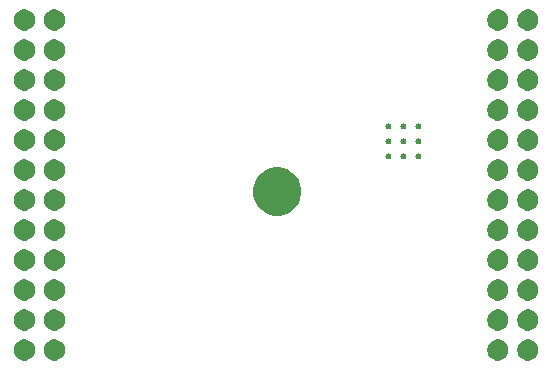
<source format=gbr>
G04 #@! TF.GenerationSoftware,KiCad,Pcbnew,(5.1.5)-3*
G04 #@! TF.CreationDate,2021-07-18T18:30:31+02:00*
G04 #@! TF.ProjectId,sDrive1,73447269-7665-4312-9e6b-696361645f70,rev?*
G04 #@! TF.SameCoordinates,Original*
G04 #@! TF.FileFunction,Soldermask,Bot*
G04 #@! TF.FilePolarity,Negative*
%FSLAX46Y46*%
G04 Gerber Fmt 4.6, Leading zero omitted, Abs format (unit mm)*
G04 Created by KiCad (PCBNEW (5.1.5)-3) date 2021-07-18 18:30:31*
%MOMM*%
%LPD*%
G04 APERTURE LIST*
%ADD10C,0.100000*%
G04 APERTURE END LIST*
D10*
G36*
X5392292Y4762253D02*
G01*
X5541592Y4732556D01*
X5705564Y4664636D01*
X5853134Y4566033D01*
X5978633Y4440534D01*
X6077236Y4292964D01*
X6145156Y4128992D01*
X6179780Y3954921D01*
X6179780Y3777439D01*
X6145156Y3603368D01*
X6077236Y3439396D01*
X5978633Y3291826D01*
X5853134Y3166327D01*
X5705564Y3067724D01*
X5541592Y2999804D01*
X5392292Y2970107D01*
X5367522Y2965180D01*
X5190038Y2965180D01*
X5165268Y2970107D01*
X5015968Y2999804D01*
X4851996Y3067724D01*
X4704426Y3166327D01*
X4578927Y3291826D01*
X4480324Y3439396D01*
X4412404Y3603368D01*
X4377780Y3777439D01*
X4377780Y3954921D01*
X4412404Y4128992D01*
X4480324Y4292964D01*
X4578927Y4440534D01*
X4704426Y4566033D01*
X4851996Y4664636D01*
X5015968Y4732556D01*
X5165268Y4762253D01*
X5190038Y4767180D01*
X5367522Y4767180D01*
X5392292Y4762253D01*
G37*
G36*
X2852292Y4762253D02*
G01*
X3001592Y4732556D01*
X3165564Y4664636D01*
X3313134Y4566033D01*
X3438633Y4440534D01*
X3537236Y4292964D01*
X3605156Y4128992D01*
X3639780Y3954921D01*
X3639780Y3777439D01*
X3605156Y3603368D01*
X3537236Y3439396D01*
X3438633Y3291826D01*
X3313134Y3166327D01*
X3165564Y3067724D01*
X3001592Y2999804D01*
X2852292Y2970107D01*
X2827522Y2965180D01*
X2650038Y2965180D01*
X2625268Y2970107D01*
X2475968Y2999804D01*
X2311996Y3067724D01*
X2164426Y3166327D01*
X2038927Y3291826D01*
X1940324Y3439396D01*
X1872404Y3603368D01*
X1837780Y3777439D01*
X1837780Y3954921D01*
X1872404Y4128992D01*
X1940324Y4292964D01*
X2038927Y4440534D01*
X2164426Y4566033D01*
X2311996Y4664636D01*
X2475968Y4732556D01*
X2625268Y4762253D01*
X2650038Y4767180D01*
X2827522Y4767180D01*
X2852292Y4762253D01*
G37*
G36*
X45472292Y4762253D02*
G01*
X45621592Y4732556D01*
X45785564Y4664636D01*
X45933134Y4566033D01*
X46058633Y4440534D01*
X46157236Y4292964D01*
X46225156Y4128992D01*
X46259780Y3954921D01*
X46259780Y3777439D01*
X46225156Y3603368D01*
X46157236Y3439396D01*
X46058633Y3291826D01*
X45933134Y3166327D01*
X45785564Y3067724D01*
X45621592Y2999804D01*
X45472292Y2970107D01*
X45447522Y2965180D01*
X45270038Y2965180D01*
X45245268Y2970107D01*
X45095968Y2999804D01*
X44931996Y3067724D01*
X44784426Y3166327D01*
X44658927Y3291826D01*
X44560324Y3439396D01*
X44492404Y3603368D01*
X44457780Y3777439D01*
X44457780Y3954921D01*
X44492404Y4128992D01*
X44560324Y4292964D01*
X44658927Y4440534D01*
X44784426Y4566033D01*
X44931996Y4664636D01*
X45095968Y4732556D01*
X45245268Y4762253D01*
X45270038Y4767180D01*
X45447522Y4767180D01*
X45472292Y4762253D01*
G37*
G36*
X42932292Y4762253D02*
G01*
X43081592Y4732556D01*
X43245564Y4664636D01*
X43393134Y4566033D01*
X43518633Y4440534D01*
X43617236Y4292964D01*
X43685156Y4128992D01*
X43719780Y3954921D01*
X43719780Y3777439D01*
X43685156Y3603368D01*
X43617236Y3439396D01*
X43518633Y3291826D01*
X43393134Y3166327D01*
X43245564Y3067724D01*
X43081592Y2999804D01*
X42932292Y2970107D01*
X42907522Y2965180D01*
X42730038Y2965180D01*
X42705268Y2970107D01*
X42555968Y2999804D01*
X42391996Y3067724D01*
X42244426Y3166327D01*
X42118927Y3291826D01*
X42020324Y3439396D01*
X41952404Y3603368D01*
X41917780Y3777439D01*
X41917780Y3954921D01*
X41952404Y4128992D01*
X42020324Y4292964D01*
X42118927Y4440534D01*
X42244426Y4566033D01*
X42391996Y4664636D01*
X42555968Y4732556D01*
X42705268Y4762253D01*
X42730038Y4767180D01*
X42907522Y4767180D01*
X42932292Y4762253D01*
G37*
G36*
X2852292Y7302253D02*
G01*
X3001592Y7272556D01*
X3165564Y7204636D01*
X3313134Y7106033D01*
X3438633Y6980534D01*
X3537236Y6832964D01*
X3605156Y6668992D01*
X3639780Y6494921D01*
X3639780Y6317439D01*
X3605156Y6143368D01*
X3537236Y5979396D01*
X3438633Y5831826D01*
X3313134Y5706327D01*
X3165564Y5607724D01*
X3001592Y5539804D01*
X2852292Y5510107D01*
X2827522Y5505180D01*
X2650038Y5505180D01*
X2625268Y5510107D01*
X2475968Y5539804D01*
X2311996Y5607724D01*
X2164426Y5706327D01*
X2038927Y5831826D01*
X1940324Y5979396D01*
X1872404Y6143368D01*
X1837780Y6317439D01*
X1837780Y6494921D01*
X1872404Y6668992D01*
X1940324Y6832964D01*
X2038927Y6980534D01*
X2164426Y7106033D01*
X2311996Y7204636D01*
X2475968Y7272556D01*
X2625268Y7302253D01*
X2650038Y7307180D01*
X2827522Y7307180D01*
X2852292Y7302253D01*
G37*
G36*
X42932292Y7302253D02*
G01*
X43081592Y7272556D01*
X43245564Y7204636D01*
X43393134Y7106033D01*
X43518633Y6980534D01*
X43617236Y6832964D01*
X43685156Y6668992D01*
X43719780Y6494921D01*
X43719780Y6317439D01*
X43685156Y6143368D01*
X43617236Y5979396D01*
X43518633Y5831826D01*
X43393134Y5706327D01*
X43245564Y5607724D01*
X43081592Y5539804D01*
X42932292Y5510107D01*
X42907522Y5505180D01*
X42730038Y5505180D01*
X42705268Y5510107D01*
X42555968Y5539804D01*
X42391996Y5607724D01*
X42244426Y5706327D01*
X42118927Y5831826D01*
X42020324Y5979396D01*
X41952404Y6143368D01*
X41917780Y6317439D01*
X41917780Y6494921D01*
X41952404Y6668992D01*
X42020324Y6832964D01*
X42118927Y6980534D01*
X42244426Y7106033D01*
X42391996Y7204636D01*
X42555968Y7272556D01*
X42705268Y7302253D01*
X42730038Y7307180D01*
X42907522Y7307180D01*
X42932292Y7302253D01*
G37*
G36*
X45472292Y7302253D02*
G01*
X45621592Y7272556D01*
X45785564Y7204636D01*
X45933134Y7106033D01*
X46058633Y6980534D01*
X46157236Y6832964D01*
X46225156Y6668992D01*
X46259780Y6494921D01*
X46259780Y6317439D01*
X46225156Y6143368D01*
X46157236Y5979396D01*
X46058633Y5831826D01*
X45933134Y5706327D01*
X45785564Y5607724D01*
X45621592Y5539804D01*
X45472292Y5510107D01*
X45447522Y5505180D01*
X45270038Y5505180D01*
X45245268Y5510107D01*
X45095968Y5539804D01*
X44931996Y5607724D01*
X44784426Y5706327D01*
X44658927Y5831826D01*
X44560324Y5979396D01*
X44492404Y6143368D01*
X44457780Y6317439D01*
X44457780Y6494921D01*
X44492404Y6668992D01*
X44560324Y6832964D01*
X44658927Y6980534D01*
X44784426Y7106033D01*
X44931996Y7204636D01*
X45095968Y7272556D01*
X45245268Y7302253D01*
X45270038Y7307180D01*
X45447522Y7307180D01*
X45472292Y7302253D01*
G37*
G36*
X5392292Y7302253D02*
G01*
X5541592Y7272556D01*
X5705564Y7204636D01*
X5853134Y7106033D01*
X5978633Y6980534D01*
X6077236Y6832964D01*
X6145156Y6668992D01*
X6179780Y6494921D01*
X6179780Y6317439D01*
X6145156Y6143368D01*
X6077236Y5979396D01*
X5978633Y5831826D01*
X5853134Y5706327D01*
X5705564Y5607724D01*
X5541592Y5539804D01*
X5392292Y5510107D01*
X5367522Y5505180D01*
X5190038Y5505180D01*
X5165268Y5510107D01*
X5015968Y5539804D01*
X4851996Y5607724D01*
X4704426Y5706327D01*
X4578927Y5831826D01*
X4480324Y5979396D01*
X4412404Y6143368D01*
X4377780Y6317439D01*
X4377780Y6494921D01*
X4412404Y6668992D01*
X4480324Y6832964D01*
X4578927Y6980534D01*
X4704426Y7106033D01*
X4851996Y7204636D01*
X5015968Y7272556D01*
X5165268Y7302253D01*
X5190038Y7307180D01*
X5367522Y7307180D01*
X5392292Y7302253D01*
G37*
G36*
X45472292Y9842253D02*
G01*
X45621592Y9812556D01*
X45785564Y9744636D01*
X45933134Y9646033D01*
X46058633Y9520534D01*
X46157236Y9372964D01*
X46225156Y9208992D01*
X46259780Y9034921D01*
X46259780Y8857439D01*
X46225156Y8683368D01*
X46157236Y8519396D01*
X46058633Y8371826D01*
X45933134Y8246327D01*
X45785564Y8147724D01*
X45621592Y8079804D01*
X45472292Y8050107D01*
X45447522Y8045180D01*
X45270038Y8045180D01*
X45245268Y8050107D01*
X45095968Y8079804D01*
X44931996Y8147724D01*
X44784426Y8246327D01*
X44658927Y8371826D01*
X44560324Y8519396D01*
X44492404Y8683368D01*
X44457780Y8857439D01*
X44457780Y9034921D01*
X44492404Y9208992D01*
X44560324Y9372964D01*
X44658927Y9520534D01*
X44784426Y9646033D01*
X44931996Y9744636D01*
X45095968Y9812556D01*
X45245268Y9842253D01*
X45270038Y9847180D01*
X45447522Y9847180D01*
X45472292Y9842253D01*
G37*
G36*
X42932292Y9842253D02*
G01*
X43081592Y9812556D01*
X43245564Y9744636D01*
X43393134Y9646033D01*
X43518633Y9520534D01*
X43617236Y9372964D01*
X43685156Y9208992D01*
X43719780Y9034921D01*
X43719780Y8857439D01*
X43685156Y8683368D01*
X43617236Y8519396D01*
X43518633Y8371826D01*
X43393134Y8246327D01*
X43245564Y8147724D01*
X43081592Y8079804D01*
X42932292Y8050107D01*
X42907522Y8045180D01*
X42730038Y8045180D01*
X42705268Y8050107D01*
X42555968Y8079804D01*
X42391996Y8147724D01*
X42244426Y8246327D01*
X42118927Y8371826D01*
X42020324Y8519396D01*
X41952404Y8683368D01*
X41917780Y8857439D01*
X41917780Y9034921D01*
X41952404Y9208992D01*
X42020324Y9372964D01*
X42118927Y9520534D01*
X42244426Y9646033D01*
X42391996Y9744636D01*
X42555968Y9812556D01*
X42705268Y9842253D01*
X42730038Y9847180D01*
X42907522Y9847180D01*
X42932292Y9842253D01*
G37*
G36*
X5392292Y9842253D02*
G01*
X5541592Y9812556D01*
X5705564Y9744636D01*
X5853134Y9646033D01*
X5978633Y9520534D01*
X6077236Y9372964D01*
X6145156Y9208992D01*
X6179780Y9034921D01*
X6179780Y8857439D01*
X6145156Y8683368D01*
X6077236Y8519396D01*
X5978633Y8371826D01*
X5853134Y8246327D01*
X5705564Y8147724D01*
X5541592Y8079804D01*
X5392292Y8050107D01*
X5367522Y8045180D01*
X5190038Y8045180D01*
X5165268Y8050107D01*
X5015968Y8079804D01*
X4851996Y8147724D01*
X4704426Y8246327D01*
X4578927Y8371826D01*
X4480324Y8519396D01*
X4412404Y8683368D01*
X4377780Y8857439D01*
X4377780Y9034921D01*
X4412404Y9208992D01*
X4480324Y9372964D01*
X4578927Y9520534D01*
X4704426Y9646033D01*
X4851996Y9744636D01*
X5015968Y9812556D01*
X5165268Y9842253D01*
X5190038Y9847180D01*
X5367522Y9847180D01*
X5392292Y9842253D01*
G37*
G36*
X2852292Y9842253D02*
G01*
X3001592Y9812556D01*
X3165564Y9744636D01*
X3313134Y9646033D01*
X3438633Y9520534D01*
X3537236Y9372964D01*
X3605156Y9208992D01*
X3639780Y9034921D01*
X3639780Y8857439D01*
X3605156Y8683368D01*
X3537236Y8519396D01*
X3438633Y8371826D01*
X3313134Y8246327D01*
X3165564Y8147724D01*
X3001592Y8079804D01*
X2852292Y8050107D01*
X2827522Y8045180D01*
X2650038Y8045180D01*
X2625268Y8050107D01*
X2475968Y8079804D01*
X2311996Y8147724D01*
X2164426Y8246327D01*
X2038927Y8371826D01*
X1940324Y8519396D01*
X1872404Y8683368D01*
X1837780Y8857439D01*
X1837780Y9034921D01*
X1872404Y9208992D01*
X1940324Y9372964D01*
X2038927Y9520534D01*
X2164426Y9646033D01*
X2311996Y9744636D01*
X2475968Y9812556D01*
X2625268Y9842253D01*
X2650038Y9847180D01*
X2827522Y9847180D01*
X2852292Y9842253D01*
G37*
G36*
X2852292Y12382253D02*
G01*
X3001592Y12352556D01*
X3165564Y12284636D01*
X3313134Y12186033D01*
X3438633Y12060534D01*
X3537236Y11912964D01*
X3605156Y11748992D01*
X3639780Y11574921D01*
X3639780Y11397439D01*
X3605156Y11223368D01*
X3537236Y11059396D01*
X3438633Y10911826D01*
X3313134Y10786327D01*
X3165564Y10687724D01*
X3001592Y10619804D01*
X2852292Y10590107D01*
X2827522Y10585180D01*
X2650038Y10585180D01*
X2625268Y10590107D01*
X2475968Y10619804D01*
X2311996Y10687724D01*
X2164426Y10786327D01*
X2038927Y10911826D01*
X1940324Y11059396D01*
X1872404Y11223368D01*
X1837780Y11397439D01*
X1837780Y11574921D01*
X1872404Y11748992D01*
X1940324Y11912964D01*
X2038927Y12060534D01*
X2164426Y12186033D01*
X2311996Y12284636D01*
X2475968Y12352556D01*
X2625268Y12382253D01*
X2650038Y12387180D01*
X2827522Y12387180D01*
X2852292Y12382253D01*
G37*
G36*
X45472292Y12382253D02*
G01*
X45621592Y12352556D01*
X45785564Y12284636D01*
X45933134Y12186033D01*
X46058633Y12060534D01*
X46157236Y11912964D01*
X46225156Y11748992D01*
X46259780Y11574921D01*
X46259780Y11397439D01*
X46225156Y11223368D01*
X46157236Y11059396D01*
X46058633Y10911826D01*
X45933134Y10786327D01*
X45785564Y10687724D01*
X45621592Y10619804D01*
X45472292Y10590107D01*
X45447522Y10585180D01*
X45270038Y10585180D01*
X45245268Y10590107D01*
X45095968Y10619804D01*
X44931996Y10687724D01*
X44784426Y10786327D01*
X44658927Y10911826D01*
X44560324Y11059396D01*
X44492404Y11223368D01*
X44457780Y11397439D01*
X44457780Y11574921D01*
X44492404Y11748992D01*
X44560324Y11912964D01*
X44658927Y12060534D01*
X44784426Y12186033D01*
X44931996Y12284636D01*
X45095968Y12352556D01*
X45245268Y12382253D01*
X45270038Y12387180D01*
X45447522Y12387180D01*
X45472292Y12382253D01*
G37*
G36*
X42932292Y12382253D02*
G01*
X43081592Y12352556D01*
X43245564Y12284636D01*
X43393134Y12186033D01*
X43518633Y12060534D01*
X43617236Y11912964D01*
X43685156Y11748992D01*
X43719780Y11574921D01*
X43719780Y11397439D01*
X43685156Y11223368D01*
X43617236Y11059396D01*
X43518633Y10911826D01*
X43393134Y10786327D01*
X43245564Y10687724D01*
X43081592Y10619804D01*
X42932292Y10590107D01*
X42907522Y10585180D01*
X42730038Y10585180D01*
X42705268Y10590107D01*
X42555968Y10619804D01*
X42391996Y10687724D01*
X42244426Y10786327D01*
X42118927Y10911826D01*
X42020324Y11059396D01*
X41952404Y11223368D01*
X41917780Y11397439D01*
X41917780Y11574921D01*
X41952404Y11748992D01*
X42020324Y11912964D01*
X42118927Y12060534D01*
X42244426Y12186033D01*
X42391996Y12284636D01*
X42555968Y12352556D01*
X42705268Y12382253D01*
X42730038Y12387180D01*
X42907522Y12387180D01*
X42932292Y12382253D01*
G37*
G36*
X5392292Y12382253D02*
G01*
X5541592Y12352556D01*
X5705564Y12284636D01*
X5853134Y12186033D01*
X5978633Y12060534D01*
X6077236Y11912964D01*
X6145156Y11748992D01*
X6179780Y11574921D01*
X6179780Y11397439D01*
X6145156Y11223368D01*
X6077236Y11059396D01*
X5978633Y10911826D01*
X5853134Y10786327D01*
X5705564Y10687724D01*
X5541592Y10619804D01*
X5392292Y10590107D01*
X5367522Y10585180D01*
X5190038Y10585180D01*
X5165268Y10590107D01*
X5015968Y10619804D01*
X4851996Y10687724D01*
X4704426Y10786327D01*
X4578927Y10911826D01*
X4480324Y11059396D01*
X4412404Y11223368D01*
X4377780Y11397439D01*
X4377780Y11574921D01*
X4412404Y11748992D01*
X4480324Y11912964D01*
X4578927Y12060534D01*
X4704426Y12186033D01*
X4851996Y12284636D01*
X5015968Y12352556D01*
X5165268Y12382253D01*
X5190038Y12387180D01*
X5367522Y12387180D01*
X5392292Y12382253D01*
G37*
G36*
X5392292Y14922253D02*
G01*
X5541592Y14892556D01*
X5705564Y14824636D01*
X5853134Y14726033D01*
X5978633Y14600534D01*
X6077236Y14452964D01*
X6145156Y14288992D01*
X6179780Y14114921D01*
X6179780Y13937439D01*
X6145156Y13763368D01*
X6077236Y13599396D01*
X5978633Y13451826D01*
X5853134Y13326327D01*
X5705564Y13227724D01*
X5541592Y13159804D01*
X5392292Y13130107D01*
X5367522Y13125180D01*
X5190038Y13125180D01*
X5165268Y13130107D01*
X5015968Y13159804D01*
X4851996Y13227724D01*
X4704426Y13326327D01*
X4578927Y13451826D01*
X4480324Y13599396D01*
X4412404Y13763368D01*
X4377780Y13937439D01*
X4377780Y14114921D01*
X4412404Y14288992D01*
X4480324Y14452964D01*
X4578927Y14600534D01*
X4704426Y14726033D01*
X4851996Y14824636D01*
X5015968Y14892556D01*
X5165268Y14922253D01*
X5190038Y14927180D01*
X5367522Y14927180D01*
X5392292Y14922253D01*
G37*
G36*
X2852292Y14922253D02*
G01*
X3001592Y14892556D01*
X3165564Y14824636D01*
X3313134Y14726033D01*
X3438633Y14600534D01*
X3537236Y14452964D01*
X3605156Y14288992D01*
X3639780Y14114921D01*
X3639780Y13937439D01*
X3605156Y13763368D01*
X3537236Y13599396D01*
X3438633Y13451826D01*
X3313134Y13326327D01*
X3165564Y13227724D01*
X3001592Y13159804D01*
X2852292Y13130107D01*
X2827522Y13125180D01*
X2650038Y13125180D01*
X2625268Y13130107D01*
X2475968Y13159804D01*
X2311996Y13227724D01*
X2164426Y13326327D01*
X2038927Y13451826D01*
X1940324Y13599396D01*
X1872404Y13763368D01*
X1837780Y13937439D01*
X1837780Y14114921D01*
X1872404Y14288992D01*
X1940324Y14452964D01*
X2038927Y14600534D01*
X2164426Y14726033D01*
X2311996Y14824636D01*
X2475968Y14892556D01*
X2625268Y14922253D01*
X2650038Y14927180D01*
X2827522Y14927180D01*
X2852292Y14922253D01*
G37*
G36*
X45472292Y14922253D02*
G01*
X45621592Y14892556D01*
X45785564Y14824636D01*
X45933134Y14726033D01*
X46058633Y14600534D01*
X46157236Y14452964D01*
X46225156Y14288992D01*
X46259780Y14114921D01*
X46259780Y13937439D01*
X46225156Y13763368D01*
X46157236Y13599396D01*
X46058633Y13451826D01*
X45933134Y13326327D01*
X45785564Y13227724D01*
X45621592Y13159804D01*
X45472292Y13130107D01*
X45447522Y13125180D01*
X45270038Y13125180D01*
X45245268Y13130107D01*
X45095968Y13159804D01*
X44931996Y13227724D01*
X44784426Y13326327D01*
X44658927Y13451826D01*
X44560324Y13599396D01*
X44492404Y13763368D01*
X44457780Y13937439D01*
X44457780Y14114921D01*
X44492404Y14288992D01*
X44560324Y14452964D01*
X44658927Y14600534D01*
X44784426Y14726033D01*
X44931996Y14824636D01*
X45095968Y14892556D01*
X45245268Y14922253D01*
X45270038Y14927180D01*
X45447522Y14927180D01*
X45472292Y14922253D01*
G37*
G36*
X42932292Y14922253D02*
G01*
X43081592Y14892556D01*
X43245564Y14824636D01*
X43393134Y14726033D01*
X43518633Y14600534D01*
X43617236Y14452964D01*
X43685156Y14288992D01*
X43719780Y14114921D01*
X43719780Y13937439D01*
X43685156Y13763368D01*
X43617236Y13599396D01*
X43518633Y13451826D01*
X43393134Y13326327D01*
X43245564Y13227724D01*
X43081592Y13159804D01*
X42932292Y13130107D01*
X42907522Y13125180D01*
X42730038Y13125180D01*
X42705268Y13130107D01*
X42555968Y13159804D01*
X42391996Y13227724D01*
X42244426Y13326327D01*
X42118927Y13451826D01*
X42020324Y13599396D01*
X41952404Y13763368D01*
X41917780Y13937439D01*
X41917780Y14114921D01*
X41952404Y14288992D01*
X42020324Y14452964D01*
X42118927Y14600534D01*
X42244426Y14726033D01*
X42391996Y14824636D01*
X42555968Y14892556D01*
X42705268Y14922253D01*
X42730038Y14927180D01*
X42907522Y14927180D01*
X42932292Y14922253D01*
G37*
G36*
X24728254Y19244182D02*
G01*
X25101511Y19089574D01*
X25101513Y19089573D01*
X25209469Y19017439D01*
X25437436Y18865116D01*
X25723116Y18579436D01*
X25947574Y18243511D01*
X26102182Y17870254D01*
X26181000Y17474007D01*
X26181000Y17069993D01*
X26102182Y16673746D01*
X25947574Y16300489D01*
X25947573Y16300487D01*
X25723116Y15964564D01*
X25437436Y15678884D01*
X25101513Y15454427D01*
X25101512Y15454426D01*
X25101511Y15454426D01*
X24728254Y15299818D01*
X24332007Y15221000D01*
X23927993Y15221000D01*
X23531746Y15299818D01*
X23158489Y15454426D01*
X23158488Y15454426D01*
X23158487Y15454427D01*
X22822564Y15678884D01*
X22536884Y15964564D01*
X22312427Y16300487D01*
X22312426Y16300489D01*
X22157818Y16673746D01*
X22079000Y17069993D01*
X22079000Y17474007D01*
X22157818Y17870254D01*
X22312426Y18243511D01*
X22536884Y18579436D01*
X22822564Y18865116D01*
X23050531Y19017439D01*
X23158487Y19089573D01*
X23158489Y19089574D01*
X23531746Y19244182D01*
X23927993Y19323000D01*
X24332007Y19323000D01*
X24728254Y19244182D01*
G37*
G36*
X42932292Y17462253D02*
G01*
X43081592Y17432556D01*
X43245564Y17364636D01*
X43393134Y17266033D01*
X43518633Y17140534D01*
X43617236Y16992964D01*
X43685156Y16828992D01*
X43719780Y16654921D01*
X43719780Y16477439D01*
X43685156Y16303368D01*
X43617236Y16139396D01*
X43518633Y15991826D01*
X43393134Y15866327D01*
X43245564Y15767724D01*
X43081592Y15699804D01*
X42932292Y15670107D01*
X42907522Y15665180D01*
X42730038Y15665180D01*
X42705268Y15670107D01*
X42555968Y15699804D01*
X42391996Y15767724D01*
X42244426Y15866327D01*
X42118927Y15991826D01*
X42020324Y16139396D01*
X41952404Y16303368D01*
X41917780Y16477439D01*
X41917780Y16654921D01*
X41952404Y16828992D01*
X42020324Y16992964D01*
X42118927Y17140534D01*
X42244426Y17266033D01*
X42391996Y17364636D01*
X42555968Y17432556D01*
X42705268Y17462253D01*
X42730038Y17467180D01*
X42907522Y17467180D01*
X42932292Y17462253D01*
G37*
G36*
X2852292Y17462253D02*
G01*
X3001592Y17432556D01*
X3165564Y17364636D01*
X3313134Y17266033D01*
X3438633Y17140534D01*
X3537236Y16992964D01*
X3605156Y16828992D01*
X3639780Y16654921D01*
X3639780Y16477439D01*
X3605156Y16303368D01*
X3537236Y16139396D01*
X3438633Y15991826D01*
X3313134Y15866327D01*
X3165564Y15767724D01*
X3001592Y15699804D01*
X2852292Y15670107D01*
X2827522Y15665180D01*
X2650038Y15665180D01*
X2625268Y15670107D01*
X2475968Y15699804D01*
X2311996Y15767724D01*
X2164426Y15866327D01*
X2038927Y15991826D01*
X1940324Y16139396D01*
X1872404Y16303368D01*
X1837780Y16477439D01*
X1837780Y16654921D01*
X1872404Y16828992D01*
X1940324Y16992964D01*
X2038927Y17140534D01*
X2164426Y17266033D01*
X2311996Y17364636D01*
X2475968Y17432556D01*
X2625268Y17462253D01*
X2650038Y17467180D01*
X2827522Y17467180D01*
X2852292Y17462253D01*
G37*
G36*
X45472292Y17462253D02*
G01*
X45621592Y17432556D01*
X45785564Y17364636D01*
X45933134Y17266033D01*
X46058633Y17140534D01*
X46157236Y16992964D01*
X46225156Y16828992D01*
X46259780Y16654921D01*
X46259780Y16477439D01*
X46225156Y16303368D01*
X46157236Y16139396D01*
X46058633Y15991826D01*
X45933134Y15866327D01*
X45785564Y15767724D01*
X45621592Y15699804D01*
X45472292Y15670107D01*
X45447522Y15665180D01*
X45270038Y15665180D01*
X45245268Y15670107D01*
X45095968Y15699804D01*
X44931996Y15767724D01*
X44784426Y15866327D01*
X44658927Y15991826D01*
X44560324Y16139396D01*
X44492404Y16303368D01*
X44457780Y16477439D01*
X44457780Y16654921D01*
X44492404Y16828992D01*
X44560324Y16992964D01*
X44658927Y17140534D01*
X44784426Y17266033D01*
X44931996Y17364636D01*
X45095968Y17432556D01*
X45245268Y17462253D01*
X45270038Y17467180D01*
X45447522Y17467180D01*
X45472292Y17462253D01*
G37*
G36*
X5392292Y17462253D02*
G01*
X5541592Y17432556D01*
X5705564Y17364636D01*
X5853134Y17266033D01*
X5978633Y17140534D01*
X6077236Y16992964D01*
X6145156Y16828992D01*
X6179780Y16654921D01*
X6179780Y16477439D01*
X6145156Y16303368D01*
X6077236Y16139396D01*
X5978633Y15991826D01*
X5853134Y15866327D01*
X5705564Y15767724D01*
X5541592Y15699804D01*
X5392292Y15670107D01*
X5367522Y15665180D01*
X5190038Y15665180D01*
X5165268Y15670107D01*
X5015968Y15699804D01*
X4851996Y15767724D01*
X4704426Y15866327D01*
X4578927Y15991826D01*
X4480324Y16139396D01*
X4412404Y16303368D01*
X4377780Y16477439D01*
X4377780Y16654921D01*
X4412404Y16828992D01*
X4480324Y16992964D01*
X4578927Y17140534D01*
X4704426Y17266033D01*
X4851996Y17364636D01*
X5015968Y17432556D01*
X5165268Y17462253D01*
X5190038Y17467180D01*
X5367522Y17467180D01*
X5392292Y17462253D01*
G37*
G36*
X2852292Y20002253D02*
G01*
X3001592Y19972556D01*
X3165564Y19904636D01*
X3313134Y19806033D01*
X3438633Y19680534D01*
X3537236Y19532964D01*
X3605156Y19368992D01*
X3639780Y19194921D01*
X3639780Y19017439D01*
X3605156Y18843368D01*
X3537236Y18679396D01*
X3438633Y18531826D01*
X3313134Y18406327D01*
X3165564Y18307724D01*
X3001592Y18239804D01*
X2852292Y18210107D01*
X2827522Y18205180D01*
X2650038Y18205180D01*
X2625268Y18210107D01*
X2475968Y18239804D01*
X2311996Y18307724D01*
X2164426Y18406327D01*
X2038927Y18531826D01*
X1940324Y18679396D01*
X1872404Y18843368D01*
X1837780Y19017439D01*
X1837780Y19194921D01*
X1872404Y19368992D01*
X1940324Y19532964D01*
X2038927Y19680534D01*
X2164426Y19806033D01*
X2311996Y19904636D01*
X2475968Y19972556D01*
X2625268Y20002253D01*
X2650038Y20007180D01*
X2827522Y20007180D01*
X2852292Y20002253D01*
G37*
G36*
X42932292Y20002253D02*
G01*
X43081592Y19972556D01*
X43245564Y19904636D01*
X43393134Y19806033D01*
X43518633Y19680534D01*
X43617236Y19532964D01*
X43685156Y19368992D01*
X43719780Y19194921D01*
X43719780Y19017439D01*
X43685156Y18843368D01*
X43617236Y18679396D01*
X43518633Y18531826D01*
X43393134Y18406327D01*
X43245564Y18307724D01*
X43081592Y18239804D01*
X42932292Y18210107D01*
X42907522Y18205180D01*
X42730038Y18205180D01*
X42705268Y18210107D01*
X42555968Y18239804D01*
X42391996Y18307724D01*
X42244426Y18406327D01*
X42118927Y18531826D01*
X42020324Y18679396D01*
X41952404Y18843368D01*
X41917780Y19017439D01*
X41917780Y19194921D01*
X41952404Y19368992D01*
X42020324Y19532964D01*
X42118927Y19680534D01*
X42244426Y19806033D01*
X42391996Y19904636D01*
X42555968Y19972556D01*
X42705268Y20002253D01*
X42730038Y20007180D01*
X42907522Y20007180D01*
X42932292Y20002253D01*
G37*
G36*
X45472292Y20002253D02*
G01*
X45621592Y19972556D01*
X45785564Y19904636D01*
X45933134Y19806033D01*
X46058633Y19680534D01*
X46157236Y19532964D01*
X46225156Y19368992D01*
X46259780Y19194921D01*
X46259780Y19017439D01*
X46225156Y18843368D01*
X46157236Y18679396D01*
X46058633Y18531826D01*
X45933134Y18406327D01*
X45785564Y18307724D01*
X45621592Y18239804D01*
X45472292Y18210107D01*
X45447522Y18205180D01*
X45270038Y18205180D01*
X45245268Y18210107D01*
X45095968Y18239804D01*
X44931996Y18307724D01*
X44784426Y18406327D01*
X44658927Y18531826D01*
X44560324Y18679396D01*
X44492404Y18843368D01*
X44457780Y19017439D01*
X44457780Y19194921D01*
X44492404Y19368992D01*
X44560324Y19532964D01*
X44658927Y19680534D01*
X44784426Y19806033D01*
X44931996Y19904636D01*
X45095968Y19972556D01*
X45245268Y20002253D01*
X45270038Y20007180D01*
X45447522Y20007180D01*
X45472292Y20002253D01*
G37*
G36*
X5392292Y20002253D02*
G01*
X5541592Y19972556D01*
X5705564Y19904636D01*
X5853134Y19806033D01*
X5978633Y19680534D01*
X6077236Y19532964D01*
X6145156Y19368992D01*
X6179780Y19194921D01*
X6179780Y19017439D01*
X6145156Y18843368D01*
X6077236Y18679396D01*
X5978633Y18531826D01*
X5853134Y18406327D01*
X5705564Y18307724D01*
X5541592Y18239804D01*
X5392292Y18210107D01*
X5367522Y18205180D01*
X5190038Y18205180D01*
X5165268Y18210107D01*
X5015968Y18239804D01*
X4851996Y18307724D01*
X4704426Y18406327D01*
X4578927Y18531826D01*
X4480324Y18679396D01*
X4412404Y18843368D01*
X4377780Y19017439D01*
X4377780Y19194921D01*
X4412404Y19368992D01*
X4480324Y19532964D01*
X4578927Y19680534D01*
X4704426Y19806033D01*
X4851996Y19904636D01*
X5015968Y19972556D01*
X5165268Y20002253D01*
X5190038Y20007180D01*
X5367522Y20007180D01*
X5392292Y20002253D01*
G37*
G36*
X33633214Y20511354D02*
G01*
X33633217Y20511353D01*
X33633216Y20511353D01*
X33678894Y20492433D01*
X33719998Y20464968D01*
X33720000Y20464966D01*
X33720003Y20464964D01*
X33754964Y20430003D01*
X33754966Y20430000D01*
X33754968Y20429998D01*
X33782433Y20388894D01*
X33782433Y20388893D01*
X33801354Y20343214D01*
X33811000Y20294721D01*
X33811000Y20245279D01*
X33801354Y20196786D01*
X33801353Y20196784D01*
X33782433Y20151106D01*
X33754968Y20110002D01*
X33754966Y20110000D01*
X33754964Y20109997D01*
X33720003Y20075036D01*
X33720000Y20075034D01*
X33719998Y20075032D01*
X33678894Y20047567D01*
X33646594Y20034188D01*
X33633214Y20028646D01*
X33584721Y20019000D01*
X33535279Y20019000D01*
X33486786Y20028646D01*
X33473406Y20034188D01*
X33441106Y20047567D01*
X33400002Y20075032D01*
X33400000Y20075034D01*
X33399997Y20075036D01*
X33365036Y20109997D01*
X33365034Y20110000D01*
X33365032Y20110002D01*
X33337567Y20151106D01*
X33318647Y20196784D01*
X33318646Y20196786D01*
X33309000Y20245279D01*
X33309000Y20294721D01*
X33318646Y20343214D01*
X33337567Y20388893D01*
X33337567Y20388894D01*
X33365032Y20429998D01*
X33365034Y20430000D01*
X33365036Y20430003D01*
X33399997Y20464964D01*
X33400000Y20464966D01*
X33400002Y20464968D01*
X33441106Y20492433D01*
X33486784Y20511353D01*
X33486783Y20511353D01*
X33486786Y20511354D01*
X33535279Y20521000D01*
X33584721Y20521000D01*
X33633214Y20511354D01*
G37*
G36*
X36173214Y20511354D02*
G01*
X36173217Y20511353D01*
X36173216Y20511353D01*
X36218894Y20492433D01*
X36259998Y20464968D01*
X36260000Y20464966D01*
X36260003Y20464964D01*
X36294964Y20430003D01*
X36294966Y20430000D01*
X36294968Y20429998D01*
X36322433Y20388894D01*
X36322433Y20388893D01*
X36341354Y20343214D01*
X36351000Y20294721D01*
X36351000Y20245279D01*
X36341354Y20196786D01*
X36341353Y20196784D01*
X36322433Y20151106D01*
X36294968Y20110002D01*
X36294966Y20110000D01*
X36294964Y20109997D01*
X36260003Y20075036D01*
X36260000Y20075034D01*
X36259998Y20075032D01*
X36218894Y20047567D01*
X36186594Y20034188D01*
X36173214Y20028646D01*
X36124721Y20019000D01*
X36075279Y20019000D01*
X36026786Y20028646D01*
X36013406Y20034188D01*
X35981106Y20047567D01*
X35940002Y20075032D01*
X35940000Y20075034D01*
X35939997Y20075036D01*
X35905036Y20109997D01*
X35905034Y20110000D01*
X35905032Y20110002D01*
X35877567Y20151106D01*
X35858647Y20196784D01*
X35858646Y20196786D01*
X35849000Y20245279D01*
X35849000Y20294721D01*
X35858646Y20343214D01*
X35877567Y20388893D01*
X35877567Y20388894D01*
X35905032Y20429998D01*
X35905034Y20430000D01*
X35905036Y20430003D01*
X35939997Y20464964D01*
X35940000Y20464966D01*
X35940002Y20464968D01*
X35981106Y20492433D01*
X36026784Y20511353D01*
X36026783Y20511353D01*
X36026786Y20511354D01*
X36075279Y20521000D01*
X36124721Y20521000D01*
X36173214Y20511354D01*
G37*
G36*
X34903214Y20511354D02*
G01*
X34903217Y20511353D01*
X34903216Y20511353D01*
X34948894Y20492433D01*
X34989998Y20464968D01*
X34990000Y20464966D01*
X34990003Y20464964D01*
X35024964Y20430003D01*
X35024966Y20430000D01*
X35024968Y20429998D01*
X35052433Y20388894D01*
X35052433Y20388893D01*
X35071354Y20343214D01*
X35081000Y20294721D01*
X35081000Y20245279D01*
X35071354Y20196786D01*
X35071353Y20196784D01*
X35052433Y20151106D01*
X35024968Y20110002D01*
X35024966Y20110000D01*
X35024964Y20109997D01*
X34990003Y20075036D01*
X34990000Y20075034D01*
X34989998Y20075032D01*
X34948894Y20047567D01*
X34916594Y20034188D01*
X34903214Y20028646D01*
X34854721Y20019000D01*
X34805279Y20019000D01*
X34756786Y20028646D01*
X34743406Y20034188D01*
X34711106Y20047567D01*
X34670002Y20075032D01*
X34670000Y20075034D01*
X34669997Y20075036D01*
X34635036Y20109997D01*
X34635034Y20110000D01*
X34635032Y20110002D01*
X34607567Y20151106D01*
X34588647Y20196784D01*
X34588646Y20196786D01*
X34579000Y20245279D01*
X34579000Y20294721D01*
X34588646Y20343214D01*
X34607567Y20388893D01*
X34607567Y20388894D01*
X34635032Y20429998D01*
X34635034Y20430000D01*
X34635036Y20430003D01*
X34669997Y20464964D01*
X34670000Y20464966D01*
X34670002Y20464968D01*
X34711106Y20492433D01*
X34756784Y20511353D01*
X34756783Y20511353D01*
X34756786Y20511354D01*
X34805279Y20521000D01*
X34854721Y20521000D01*
X34903214Y20511354D01*
G37*
G36*
X5392292Y22542253D02*
G01*
X5541592Y22512556D01*
X5705564Y22444636D01*
X5853134Y22346033D01*
X5978633Y22220534D01*
X6077236Y22072964D01*
X6145156Y21908992D01*
X6168625Y21791000D01*
X6179772Y21734964D01*
X6179780Y21734921D01*
X6179780Y21557439D01*
X6145156Y21383368D01*
X6077236Y21219396D01*
X5978633Y21071826D01*
X5853134Y20946327D01*
X5705564Y20847724D01*
X5541592Y20779804D01*
X5392292Y20750107D01*
X5367522Y20745180D01*
X5190038Y20745180D01*
X5165268Y20750107D01*
X5015968Y20779804D01*
X4851996Y20847724D01*
X4704426Y20946327D01*
X4578927Y21071826D01*
X4480324Y21219396D01*
X4412404Y21383368D01*
X4377780Y21557439D01*
X4377780Y21734921D01*
X4377789Y21734964D01*
X4388935Y21791000D01*
X4412404Y21908992D01*
X4480324Y22072964D01*
X4578927Y22220534D01*
X4704426Y22346033D01*
X4851996Y22444636D01*
X5015968Y22512556D01*
X5165268Y22542253D01*
X5190038Y22547180D01*
X5367522Y22547180D01*
X5392292Y22542253D01*
G37*
G36*
X2852292Y22542253D02*
G01*
X3001592Y22512556D01*
X3165564Y22444636D01*
X3313134Y22346033D01*
X3438633Y22220534D01*
X3537236Y22072964D01*
X3605156Y21908992D01*
X3628625Y21791000D01*
X3639772Y21734964D01*
X3639780Y21734921D01*
X3639780Y21557439D01*
X3605156Y21383368D01*
X3537236Y21219396D01*
X3438633Y21071826D01*
X3313134Y20946327D01*
X3165564Y20847724D01*
X3001592Y20779804D01*
X2852292Y20750107D01*
X2827522Y20745180D01*
X2650038Y20745180D01*
X2625268Y20750107D01*
X2475968Y20779804D01*
X2311996Y20847724D01*
X2164426Y20946327D01*
X2038927Y21071826D01*
X1940324Y21219396D01*
X1872404Y21383368D01*
X1837780Y21557439D01*
X1837780Y21734921D01*
X1837789Y21734964D01*
X1848935Y21791000D01*
X1872404Y21908992D01*
X1940324Y22072964D01*
X2038927Y22220534D01*
X2164426Y22346033D01*
X2311996Y22444636D01*
X2475968Y22512556D01*
X2625268Y22542253D01*
X2650038Y22547180D01*
X2827522Y22547180D01*
X2852292Y22542253D01*
G37*
G36*
X45472292Y22542253D02*
G01*
X45621592Y22512556D01*
X45785564Y22444636D01*
X45933134Y22346033D01*
X46058633Y22220534D01*
X46157236Y22072964D01*
X46225156Y21908992D01*
X46248625Y21791000D01*
X46259772Y21734964D01*
X46259780Y21734921D01*
X46259780Y21557439D01*
X46225156Y21383368D01*
X46157236Y21219396D01*
X46058633Y21071826D01*
X45933134Y20946327D01*
X45785564Y20847724D01*
X45621592Y20779804D01*
X45472292Y20750107D01*
X45447522Y20745180D01*
X45270038Y20745180D01*
X45245268Y20750107D01*
X45095968Y20779804D01*
X44931996Y20847724D01*
X44784426Y20946327D01*
X44658927Y21071826D01*
X44560324Y21219396D01*
X44492404Y21383368D01*
X44457780Y21557439D01*
X44457780Y21734921D01*
X44457789Y21734964D01*
X44468935Y21791000D01*
X44492404Y21908992D01*
X44560324Y22072964D01*
X44658927Y22220534D01*
X44784426Y22346033D01*
X44931996Y22444636D01*
X45095968Y22512556D01*
X45245268Y22542253D01*
X45270038Y22547180D01*
X45447522Y22547180D01*
X45472292Y22542253D01*
G37*
G36*
X42932292Y22542253D02*
G01*
X43081592Y22512556D01*
X43245564Y22444636D01*
X43393134Y22346033D01*
X43518633Y22220534D01*
X43617236Y22072964D01*
X43685156Y21908992D01*
X43708625Y21791000D01*
X43719772Y21734964D01*
X43719780Y21734921D01*
X43719780Y21557439D01*
X43685156Y21383368D01*
X43617236Y21219396D01*
X43518633Y21071826D01*
X43393134Y20946327D01*
X43245564Y20847724D01*
X43081592Y20779804D01*
X42932292Y20750107D01*
X42907522Y20745180D01*
X42730038Y20745180D01*
X42705268Y20750107D01*
X42555968Y20779804D01*
X42391996Y20847724D01*
X42244426Y20946327D01*
X42118927Y21071826D01*
X42020324Y21219396D01*
X41952404Y21383368D01*
X41917780Y21557439D01*
X41917780Y21734921D01*
X41917789Y21734964D01*
X41928935Y21791000D01*
X41952404Y21908992D01*
X42020324Y22072964D01*
X42118927Y22220534D01*
X42244426Y22346033D01*
X42391996Y22444636D01*
X42555968Y22512556D01*
X42705268Y22542253D01*
X42730038Y22547180D01*
X42907522Y22547180D01*
X42932292Y22542253D01*
G37*
G36*
X36173214Y21781354D02*
G01*
X36173217Y21781353D01*
X36173216Y21781353D01*
X36218894Y21762433D01*
X36259998Y21734968D01*
X36260000Y21734966D01*
X36260003Y21734964D01*
X36294964Y21700003D01*
X36294966Y21700000D01*
X36294968Y21699998D01*
X36322433Y21658894D01*
X36322433Y21658893D01*
X36341354Y21613214D01*
X36351000Y21564721D01*
X36351000Y21515279D01*
X36341354Y21466786D01*
X36341353Y21466784D01*
X36322433Y21421106D01*
X36294968Y21380002D01*
X36294966Y21380000D01*
X36294964Y21379997D01*
X36260003Y21345036D01*
X36260000Y21345034D01*
X36259998Y21345032D01*
X36218894Y21317567D01*
X36186594Y21304188D01*
X36173214Y21298646D01*
X36124721Y21289000D01*
X36075279Y21289000D01*
X36026786Y21298646D01*
X36013406Y21304188D01*
X35981106Y21317567D01*
X35940002Y21345032D01*
X35940000Y21345034D01*
X35939997Y21345036D01*
X35905036Y21379997D01*
X35905034Y21380000D01*
X35905032Y21380002D01*
X35877567Y21421106D01*
X35858647Y21466784D01*
X35858646Y21466786D01*
X35849000Y21515279D01*
X35849000Y21564721D01*
X35858646Y21613214D01*
X35877567Y21658893D01*
X35877567Y21658894D01*
X35905032Y21699998D01*
X35905034Y21700000D01*
X35905036Y21700003D01*
X35939997Y21734964D01*
X35940000Y21734966D01*
X35940002Y21734968D01*
X35981106Y21762433D01*
X36026784Y21781353D01*
X36026783Y21781353D01*
X36026786Y21781354D01*
X36075279Y21791000D01*
X36124721Y21791000D01*
X36173214Y21781354D01*
G37*
G36*
X34903214Y21781354D02*
G01*
X34903217Y21781353D01*
X34903216Y21781353D01*
X34948894Y21762433D01*
X34989998Y21734968D01*
X34990000Y21734966D01*
X34990003Y21734964D01*
X35024964Y21700003D01*
X35024966Y21700000D01*
X35024968Y21699998D01*
X35052433Y21658894D01*
X35052433Y21658893D01*
X35071354Y21613214D01*
X35081000Y21564721D01*
X35081000Y21515279D01*
X35071354Y21466786D01*
X35071353Y21466784D01*
X35052433Y21421106D01*
X35024968Y21380002D01*
X35024966Y21380000D01*
X35024964Y21379997D01*
X34990003Y21345036D01*
X34990000Y21345034D01*
X34989998Y21345032D01*
X34948894Y21317567D01*
X34916594Y21304188D01*
X34903214Y21298646D01*
X34854721Y21289000D01*
X34805279Y21289000D01*
X34756786Y21298646D01*
X34743406Y21304188D01*
X34711106Y21317567D01*
X34670002Y21345032D01*
X34670000Y21345034D01*
X34669997Y21345036D01*
X34635036Y21379997D01*
X34635034Y21380000D01*
X34635032Y21380002D01*
X34607567Y21421106D01*
X34588647Y21466784D01*
X34588646Y21466786D01*
X34579000Y21515279D01*
X34579000Y21564721D01*
X34588646Y21613214D01*
X34607567Y21658893D01*
X34607567Y21658894D01*
X34635032Y21699998D01*
X34635034Y21700000D01*
X34635036Y21700003D01*
X34669997Y21734964D01*
X34670000Y21734966D01*
X34670002Y21734968D01*
X34711106Y21762433D01*
X34756784Y21781353D01*
X34756783Y21781353D01*
X34756786Y21781354D01*
X34805279Y21791000D01*
X34854721Y21791000D01*
X34903214Y21781354D01*
G37*
G36*
X33633214Y21781354D02*
G01*
X33633217Y21781353D01*
X33633216Y21781353D01*
X33678894Y21762433D01*
X33719998Y21734968D01*
X33720000Y21734966D01*
X33720003Y21734964D01*
X33754964Y21700003D01*
X33754966Y21700000D01*
X33754968Y21699998D01*
X33782433Y21658894D01*
X33782433Y21658893D01*
X33801354Y21613214D01*
X33811000Y21564721D01*
X33811000Y21515279D01*
X33801354Y21466786D01*
X33801353Y21466784D01*
X33782433Y21421106D01*
X33754968Y21380002D01*
X33754966Y21380000D01*
X33754964Y21379997D01*
X33720003Y21345036D01*
X33720000Y21345034D01*
X33719998Y21345032D01*
X33678894Y21317567D01*
X33646594Y21304188D01*
X33633214Y21298646D01*
X33584721Y21289000D01*
X33535279Y21289000D01*
X33486786Y21298646D01*
X33473406Y21304188D01*
X33441106Y21317567D01*
X33400002Y21345032D01*
X33400000Y21345034D01*
X33399997Y21345036D01*
X33365036Y21379997D01*
X33365034Y21380000D01*
X33365032Y21380002D01*
X33337567Y21421106D01*
X33318647Y21466784D01*
X33318646Y21466786D01*
X33309000Y21515279D01*
X33309000Y21564721D01*
X33318646Y21613214D01*
X33337567Y21658893D01*
X33337567Y21658894D01*
X33365032Y21699998D01*
X33365034Y21700000D01*
X33365036Y21700003D01*
X33399997Y21734964D01*
X33400000Y21734966D01*
X33400002Y21734968D01*
X33441106Y21762433D01*
X33486784Y21781353D01*
X33486783Y21781353D01*
X33486786Y21781354D01*
X33535279Y21791000D01*
X33584721Y21791000D01*
X33633214Y21781354D01*
G37*
G36*
X36173214Y23051354D02*
G01*
X36173217Y23051353D01*
X36173216Y23051353D01*
X36218894Y23032433D01*
X36259998Y23004968D01*
X36260000Y23004966D01*
X36260003Y23004964D01*
X36294964Y22970003D01*
X36294966Y22970000D01*
X36294968Y22969998D01*
X36322433Y22928894D01*
X36322433Y22928893D01*
X36341354Y22883214D01*
X36351000Y22834721D01*
X36351000Y22785279D01*
X36341354Y22736786D01*
X36341353Y22736784D01*
X36322433Y22691106D01*
X36294968Y22650002D01*
X36294966Y22650000D01*
X36294964Y22649997D01*
X36260003Y22615036D01*
X36260000Y22615034D01*
X36259998Y22615032D01*
X36218894Y22587567D01*
X36186594Y22574188D01*
X36173214Y22568646D01*
X36124721Y22559000D01*
X36075279Y22559000D01*
X36026786Y22568646D01*
X36013406Y22574188D01*
X35981106Y22587567D01*
X35940002Y22615032D01*
X35940000Y22615034D01*
X35939997Y22615036D01*
X35905036Y22649997D01*
X35905034Y22650000D01*
X35905032Y22650002D01*
X35877567Y22691106D01*
X35858647Y22736784D01*
X35858646Y22736786D01*
X35849000Y22785279D01*
X35849000Y22834721D01*
X35858646Y22883214D01*
X35877567Y22928893D01*
X35877567Y22928894D01*
X35905032Y22969998D01*
X35905034Y22970000D01*
X35905036Y22970003D01*
X35939997Y23004964D01*
X35940000Y23004966D01*
X35940002Y23004968D01*
X35981106Y23032433D01*
X36026784Y23051353D01*
X36026783Y23051353D01*
X36026786Y23051354D01*
X36075279Y23061000D01*
X36124721Y23061000D01*
X36173214Y23051354D01*
G37*
G36*
X34903214Y23051354D02*
G01*
X34903217Y23051353D01*
X34903216Y23051353D01*
X34948894Y23032433D01*
X34989998Y23004968D01*
X34990000Y23004966D01*
X34990003Y23004964D01*
X35024964Y22970003D01*
X35024966Y22970000D01*
X35024968Y22969998D01*
X35052433Y22928894D01*
X35052433Y22928893D01*
X35071354Y22883214D01*
X35081000Y22834721D01*
X35081000Y22785279D01*
X35071354Y22736786D01*
X35071353Y22736784D01*
X35052433Y22691106D01*
X35024968Y22650002D01*
X35024966Y22650000D01*
X35024964Y22649997D01*
X34990003Y22615036D01*
X34990000Y22615034D01*
X34989998Y22615032D01*
X34948894Y22587567D01*
X34916594Y22574188D01*
X34903214Y22568646D01*
X34854721Y22559000D01*
X34805279Y22559000D01*
X34756786Y22568646D01*
X34743406Y22574188D01*
X34711106Y22587567D01*
X34670002Y22615032D01*
X34670000Y22615034D01*
X34669997Y22615036D01*
X34635036Y22649997D01*
X34635034Y22650000D01*
X34635032Y22650002D01*
X34607567Y22691106D01*
X34588647Y22736784D01*
X34588646Y22736786D01*
X34579000Y22785279D01*
X34579000Y22834721D01*
X34588646Y22883214D01*
X34607567Y22928893D01*
X34607567Y22928894D01*
X34635032Y22969998D01*
X34635034Y22970000D01*
X34635036Y22970003D01*
X34669997Y23004964D01*
X34670000Y23004966D01*
X34670002Y23004968D01*
X34711106Y23032433D01*
X34756784Y23051353D01*
X34756783Y23051353D01*
X34756786Y23051354D01*
X34805279Y23061000D01*
X34854721Y23061000D01*
X34903214Y23051354D01*
G37*
G36*
X33633214Y23051354D02*
G01*
X33633217Y23051353D01*
X33633216Y23051353D01*
X33678894Y23032433D01*
X33719998Y23004968D01*
X33720000Y23004966D01*
X33720003Y23004964D01*
X33754964Y22970003D01*
X33754966Y22970000D01*
X33754968Y22969998D01*
X33782433Y22928894D01*
X33782433Y22928893D01*
X33801354Y22883214D01*
X33811000Y22834721D01*
X33811000Y22785279D01*
X33801354Y22736786D01*
X33801353Y22736784D01*
X33782433Y22691106D01*
X33754968Y22650002D01*
X33754966Y22650000D01*
X33754964Y22649997D01*
X33720003Y22615036D01*
X33720000Y22615034D01*
X33719998Y22615032D01*
X33678894Y22587567D01*
X33646594Y22574188D01*
X33633214Y22568646D01*
X33584721Y22559000D01*
X33535279Y22559000D01*
X33486786Y22568646D01*
X33473406Y22574188D01*
X33441106Y22587567D01*
X33400002Y22615032D01*
X33400000Y22615034D01*
X33399997Y22615036D01*
X33365036Y22649997D01*
X33365034Y22650000D01*
X33365032Y22650002D01*
X33337567Y22691106D01*
X33318647Y22736784D01*
X33318646Y22736786D01*
X33309000Y22785279D01*
X33309000Y22834721D01*
X33318646Y22883214D01*
X33337567Y22928893D01*
X33337567Y22928894D01*
X33365032Y22969998D01*
X33365034Y22970000D01*
X33365036Y22970003D01*
X33399997Y23004964D01*
X33400000Y23004966D01*
X33400002Y23004968D01*
X33441106Y23032433D01*
X33486784Y23051353D01*
X33486783Y23051353D01*
X33486786Y23051354D01*
X33535279Y23061000D01*
X33584721Y23061000D01*
X33633214Y23051354D01*
G37*
G36*
X42932292Y25082253D02*
G01*
X43081592Y25052556D01*
X43245564Y24984636D01*
X43393134Y24886033D01*
X43518633Y24760534D01*
X43617236Y24612964D01*
X43685156Y24448992D01*
X43719780Y24274921D01*
X43719780Y24097439D01*
X43685156Y23923368D01*
X43617236Y23759396D01*
X43518633Y23611826D01*
X43393134Y23486327D01*
X43245564Y23387724D01*
X43081592Y23319804D01*
X42932292Y23290107D01*
X42907522Y23285180D01*
X42730038Y23285180D01*
X42705268Y23290107D01*
X42555968Y23319804D01*
X42391996Y23387724D01*
X42244426Y23486327D01*
X42118927Y23611826D01*
X42020324Y23759396D01*
X41952404Y23923368D01*
X41917780Y24097439D01*
X41917780Y24274921D01*
X41952404Y24448992D01*
X42020324Y24612964D01*
X42118927Y24760534D01*
X42244426Y24886033D01*
X42391996Y24984636D01*
X42555968Y25052556D01*
X42705268Y25082253D01*
X42730038Y25087180D01*
X42907522Y25087180D01*
X42932292Y25082253D01*
G37*
G36*
X2852292Y25082253D02*
G01*
X3001592Y25052556D01*
X3165564Y24984636D01*
X3313134Y24886033D01*
X3438633Y24760534D01*
X3537236Y24612964D01*
X3605156Y24448992D01*
X3639780Y24274921D01*
X3639780Y24097439D01*
X3605156Y23923368D01*
X3537236Y23759396D01*
X3438633Y23611826D01*
X3313134Y23486327D01*
X3165564Y23387724D01*
X3001592Y23319804D01*
X2852292Y23290107D01*
X2827522Y23285180D01*
X2650038Y23285180D01*
X2625268Y23290107D01*
X2475968Y23319804D01*
X2311996Y23387724D01*
X2164426Y23486327D01*
X2038927Y23611826D01*
X1940324Y23759396D01*
X1872404Y23923368D01*
X1837780Y24097439D01*
X1837780Y24274921D01*
X1872404Y24448992D01*
X1940324Y24612964D01*
X2038927Y24760534D01*
X2164426Y24886033D01*
X2311996Y24984636D01*
X2475968Y25052556D01*
X2625268Y25082253D01*
X2650038Y25087180D01*
X2827522Y25087180D01*
X2852292Y25082253D01*
G37*
G36*
X45472292Y25082253D02*
G01*
X45621592Y25052556D01*
X45785564Y24984636D01*
X45933134Y24886033D01*
X46058633Y24760534D01*
X46157236Y24612964D01*
X46225156Y24448992D01*
X46259780Y24274921D01*
X46259780Y24097439D01*
X46225156Y23923368D01*
X46157236Y23759396D01*
X46058633Y23611826D01*
X45933134Y23486327D01*
X45785564Y23387724D01*
X45621592Y23319804D01*
X45472292Y23290107D01*
X45447522Y23285180D01*
X45270038Y23285180D01*
X45245268Y23290107D01*
X45095968Y23319804D01*
X44931996Y23387724D01*
X44784426Y23486327D01*
X44658927Y23611826D01*
X44560324Y23759396D01*
X44492404Y23923368D01*
X44457780Y24097439D01*
X44457780Y24274921D01*
X44492404Y24448992D01*
X44560324Y24612964D01*
X44658927Y24760534D01*
X44784426Y24886033D01*
X44931996Y24984636D01*
X45095968Y25052556D01*
X45245268Y25082253D01*
X45270038Y25087180D01*
X45447522Y25087180D01*
X45472292Y25082253D01*
G37*
G36*
X5392292Y25082253D02*
G01*
X5541592Y25052556D01*
X5705564Y24984636D01*
X5853134Y24886033D01*
X5978633Y24760534D01*
X6077236Y24612964D01*
X6145156Y24448992D01*
X6179780Y24274921D01*
X6179780Y24097439D01*
X6145156Y23923368D01*
X6077236Y23759396D01*
X5978633Y23611826D01*
X5853134Y23486327D01*
X5705564Y23387724D01*
X5541592Y23319804D01*
X5392292Y23290107D01*
X5367522Y23285180D01*
X5190038Y23285180D01*
X5165268Y23290107D01*
X5015968Y23319804D01*
X4851996Y23387724D01*
X4704426Y23486327D01*
X4578927Y23611826D01*
X4480324Y23759396D01*
X4412404Y23923368D01*
X4377780Y24097439D01*
X4377780Y24274921D01*
X4412404Y24448992D01*
X4480324Y24612964D01*
X4578927Y24760534D01*
X4704426Y24886033D01*
X4851996Y24984636D01*
X5015968Y25052556D01*
X5165268Y25082253D01*
X5190038Y25087180D01*
X5367522Y25087180D01*
X5392292Y25082253D01*
G37*
G36*
X42932292Y27622253D02*
G01*
X43081592Y27592556D01*
X43245564Y27524636D01*
X43393134Y27426033D01*
X43518633Y27300534D01*
X43617236Y27152964D01*
X43685156Y26988992D01*
X43719780Y26814921D01*
X43719780Y26637439D01*
X43685156Y26463368D01*
X43617236Y26299396D01*
X43518633Y26151826D01*
X43393134Y26026327D01*
X43245564Y25927724D01*
X43081592Y25859804D01*
X42932292Y25830107D01*
X42907522Y25825180D01*
X42730038Y25825180D01*
X42705268Y25830107D01*
X42555968Y25859804D01*
X42391996Y25927724D01*
X42244426Y26026327D01*
X42118927Y26151826D01*
X42020324Y26299396D01*
X41952404Y26463368D01*
X41917780Y26637439D01*
X41917780Y26814921D01*
X41952404Y26988992D01*
X42020324Y27152964D01*
X42118927Y27300534D01*
X42244426Y27426033D01*
X42391996Y27524636D01*
X42555968Y27592556D01*
X42705268Y27622253D01*
X42730038Y27627180D01*
X42907522Y27627180D01*
X42932292Y27622253D01*
G37*
G36*
X5392292Y27622253D02*
G01*
X5541592Y27592556D01*
X5705564Y27524636D01*
X5853134Y27426033D01*
X5978633Y27300534D01*
X6077236Y27152964D01*
X6145156Y26988992D01*
X6179780Y26814921D01*
X6179780Y26637439D01*
X6145156Y26463368D01*
X6077236Y26299396D01*
X5978633Y26151826D01*
X5853134Y26026327D01*
X5705564Y25927724D01*
X5541592Y25859804D01*
X5392292Y25830107D01*
X5367522Y25825180D01*
X5190038Y25825180D01*
X5165268Y25830107D01*
X5015968Y25859804D01*
X4851996Y25927724D01*
X4704426Y26026327D01*
X4578927Y26151826D01*
X4480324Y26299396D01*
X4412404Y26463368D01*
X4377780Y26637439D01*
X4377780Y26814921D01*
X4412404Y26988992D01*
X4480324Y27152964D01*
X4578927Y27300534D01*
X4704426Y27426033D01*
X4851996Y27524636D01*
X5015968Y27592556D01*
X5165268Y27622253D01*
X5190038Y27627180D01*
X5367522Y27627180D01*
X5392292Y27622253D01*
G37*
G36*
X45472292Y27622253D02*
G01*
X45621592Y27592556D01*
X45785564Y27524636D01*
X45933134Y27426033D01*
X46058633Y27300534D01*
X46157236Y27152964D01*
X46225156Y26988992D01*
X46259780Y26814921D01*
X46259780Y26637439D01*
X46225156Y26463368D01*
X46157236Y26299396D01*
X46058633Y26151826D01*
X45933134Y26026327D01*
X45785564Y25927724D01*
X45621592Y25859804D01*
X45472292Y25830107D01*
X45447522Y25825180D01*
X45270038Y25825180D01*
X45245268Y25830107D01*
X45095968Y25859804D01*
X44931996Y25927724D01*
X44784426Y26026327D01*
X44658927Y26151826D01*
X44560324Y26299396D01*
X44492404Y26463368D01*
X44457780Y26637439D01*
X44457780Y26814921D01*
X44492404Y26988992D01*
X44560324Y27152964D01*
X44658927Y27300534D01*
X44784426Y27426033D01*
X44931996Y27524636D01*
X45095968Y27592556D01*
X45245268Y27622253D01*
X45270038Y27627180D01*
X45447522Y27627180D01*
X45472292Y27622253D01*
G37*
G36*
X2852292Y27622253D02*
G01*
X3001592Y27592556D01*
X3165564Y27524636D01*
X3313134Y27426033D01*
X3438633Y27300534D01*
X3537236Y27152964D01*
X3605156Y26988992D01*
X3639780Y26814921D01*
X3639780Y26637439D01*
X3605156Y26463368D01*
X3537236Y26299396D01*
X3438633Y26151826D01*
X3313134Y26026327D01*
X3165564Y25927724D01*
X3001592Y25859804D01*
X2852292Y25830107D01*
X2827522Y25825180D01*
X2650038Y25825180D01*
X2625268Y25830107D01*
X2475968Y25859804D01*
X2311996Y25927724D01*
X2164426Y26026327D01*
X2038927Y26151826D01*
X1940324Y26299396D01*
X1872404Y26463368D01*
X1837780Y26637439D01*
X1837780Y26814921D01*
X1872404Y26988992D01*
X1940324Y27152964D01*
X2038927Y27300534D01*
X2164426Y27426033D01*
X2311996Y27524636D01*
X2475968Y27592556D01*
X2625268Y27622253D01*
X2650038Y27627180D01*
X2827522Y27627180D01*
X2852292Y27622253D01*
G37*
G36*
X2852292Y30162253D02*
G01*
X3001592Y30132556D01*
X3165564Y30064636D01*
X3313134Y29966033D01*
X3438633Y29840534D01*
X3537236Y29692964D01*
X3605156Y29528992D01*
X3639780Y29354921D01*
X3639780Y29177439D01*
X3605156Y29003368D01*
X3537236Y28839396D01*
X3438633Y28691826D01*
X3313134Y28566327D01*
X3165564Y28467724D01*
X3001592Y28399804D01*
X2852292Y28370107D01*
X2827522Y28365180D01*
X2650038Y28365180D01*
X2625268Y28370107D01*
X2475968Y28399804D01*
X2311996Y28467724D01*
X2164426Y28566327D01*
X2038927Y28691826D01*
X1940324Y28839396D01*
X1872404Y29003368D01*
X1837780Y29177439D01*
X1837780Y29354921D01*
X1872404Y29528992D01*
X1940324Y29692964D01*
X2038927Y29840534D01*
X2164426Y29966033D01*
X2311996Y30064636D01*
X2475968Y30132556D01*
X2625268Y30162253D01*
X2650038Y30167180D01*
X2827522Y30167180D01*
X2852292Y30162253D01*
G37*
G36*
X42932292Y30162253D02*
G01*
X43081592Y30132556D01*
X43245564Y30064636D01*
X43393134Y29966033D01*
X43518633Y29840534D01*
X43617236Y29692964D01*
X43685156Y29528992D01*
X43719780Y29354921D01*
X43719780Y29177439D01*
X43685156Y29003368D01*
X43617236Y28839396D01*
X43518633Y28691826D01*
X43393134Y28566327D01*
X43245564Y28467724D01*
X43081592Y28399804D01*
X42932292Y28370107D01*
X42907522Y28365180D01*
X42730038Y28365180D01*
X42705268Y28370107D01*
X42555968Y28399804D01*
X42391996Y28467724D01*
X42244426Y28566327D01*
X42118927Y28691826D01*
X42020324Y28839396D01*
X41952404Y29003368D01*
X41917780Y29177439D01*
X41917780Y29354921D01*
X41952404Y29528992D01*
X42020324Y29692964D01*
X42118927Y29840534D01*
X42244426Y29966033D01*
X42391996Y30064636D01*
X42555968Y30132556D01*
X42705268Y30162253D01*
X42730038Y30167180D01*
X42907522Y30167180D01*
X42932292Y30162253D01*
G37*
G36*
X45472292Y30162253D02*
G01*
X45621592Y30132556D01*
X45785564Y30064636D01*
X45933134Y29966033D01*
X46058633Y29840534D01*
X46157236Y29692964D01*
X46225156Y29528992D01*
X46259780Y29354921D01*
X46259780Y29177439D01*
X46225156Y29003368D01*
X46157236Y28839396D01*
X46058633Y28691826D01*
X45933134Y28566327D01*
X45785564Y28467724D01*
X45621592Y28399804D01*
X45472292Y28370107D01*
X45447522Y28365180D01*
X45270038Y28365180D01*
X45245268Y28370107D01*
X45095968Y28399804D01*
X44931996Y28467724D01*
X44784426Y28566327D01*
X44658927Y28691826D01*
X44560324Y28839396D01*
X44492404Y29003368D01*
X44457780Y29177439D01*
X44457780Y29354921D01*
X44492404Y29528992D01*
X44560324Y29692964D01*
X44658927Y29840534D01*
X44784426Y29966033D01*
X44931996Y30064636D01*
X45095968Y30132556D01*
X45245268Y30162253D01*
X45270038Y30167180D01*
X45447522Y30167180D01*
X45472292Y30162253D01*
G37*
G36*
X5392292Y30162253D02*
G01*
X5541592Y30132556D01*
X5705564Y30064636D01*
X5853134Y29966033D01*
X5978633Y29840534D01*
X6077236Y29692964D01*
X6145156Y29528992D01*
X6179780Y29354921D01*
X6179780Y29177439D01*
X6145156Y29003368D01*
X6077236Y28839396D01*
X5978633Y28691826D01*
X5853134Y28566327D01*
X5705564Y28467724D01*
X5541592Y28399804D01*
X5392292Y28370107D01*
X5367522Y28365180D01*
X5190038Y28365180D01*
X5165268Y28370107D01*
X5015968Y28399804D01*
X4851996Y28467724D01*
X4704426Y28566327D01*
X4578927Y28691826D01*
X4480324Y28839396D01*
X4412404Y29003368D01*
X4377780Y29177439D01*
X4377780Y29354921D01*
X4412404Y29528992D01*
X4480324Y29692964D01*
X4578927Y29840534D01*
X4704426Y29966033D01*
X4851996Y30064636D01*
X5015968Y30132556D01*
X5165268Y30162253D01*
X5190038Y30167180D01*
X5367522Y30167180D01*
X5392292Y30162253D01*
G37*
G36*
X45472292Y32702253D02*
G01*
X45621592Y32672556D01*
X45785564Y32604636D01*
X45933134Y32506033D01*
X46058633Y32380534D01*
X46157236Y32232964D01*
X46225156Y32068992D01*
X46259780Y31894921D01*
X46259780Y31717439D01*
X46225156Y31543368D01*
X46157236Y31379396D01*
X46058633Y31231826D01*
X45933134Y31106327D01*
X45785564Y31007724D01*
X45621592Y30939804D01*
X45472292Y30910107D01*
X45447522Y30905180D01*
X45270038Y30905180D01*
X45245268Y30910107D01*
X45095968Y30939804D01*
X44931996Y31007724D01*
X44784426Y31106327D01*
X44658927Y31231826D01*
X44560324Y31379396D01*
X44492404Y31543368D01*
X44457780Y31717439D01*
X44457780Y31894921D01*
X44492404Y32068992D01*
X44560324Y32232964D01*
X44658927Y32380534D01*
X44784426Y32506033D01*
X44931996Y32604636D01*
X45095968Y32672556D01*
X45245268Y32702253D01*
X45270038Y32707180D01*
X45447522Y32707180D01*
X45472292Y32702253D01*
G37*
G36*
X2852292Y32702253D02*
G01*
X3001592Y32672556D01*
X3165564Y32604636D01*
X3313134Y32506033D01*
X3438633Y32380534D01*
X3537236Y32232964D01*
X3605156Y32068992D01*
X3639780Y31894921D01*
X3639780Y31717439D01*
X3605156Y31543368D01*
X3537236Y31379396D01*
X3438633Y31231826D01*
X3313134Y31106327D01*
X3165564Y31007724D01*
X3001592Y30939804D01*
X2852292Y30910107D01*
X2827522Y30905180D01*
X2650038Y30905180D01*
X2625268Y30910107D01*
X2475968Y30939804D01*
X2311996Y31007724D01*
X2164426Y31106327D01*
X2038927Y31231826D01*
X1940324Y31379396D01*
X1872404Y31543368D01*
X1837780Y31717439D01*
X1837780Y31894921D01*
X1872404Y32068992D01*
X1940324Y32232964D01*
X2038927Y32380534D01*
X2164426Y32506033D01*
X2311996Y32604636D01*
X2475968Y32672556D01*
X2625268Y32702253D01*
X2650038Y32707180D01*
X2827522Y32707180D01*
X2852292Y32702253D01*
G37*
G36*
X5392292Y32702253D02*
G01*
X5541592Y32672556D01*
X5705564Y32604636D01*
X5853134Y32506033D01*
X5978633Y32380534D01*
X6077236Y32232964D01*
X6145156Y32068992D01*
X6179780Y31894921D01*
X6179780Y31717439D01*
X6145156Y31543368D01*
X6077236Y31379396D01*
X5978633Y31231826D01*
X5853134Y31106327D01*
X5705564Y31007724D01*
X5541592Y30939804D01*
X5392292Y30910107D01*
X5367522Y30905180D01*
X5190038Y30905180D01*
X5165268Y30910107D01*
X5015968Y30939804D01*
X4851996Y31007724D01*
X4704426Y31106327D01*
X4578927Y31231826D01*
X4480324Y31379396D01*
X4412404Y31543368D01*
X4377780Y31717439D01*
X4377780Y31894921D01*
X4412404Y32068992D01*
X4480324Y32232964D01*
X4578927Y32380534D01*
X4704426Y32506033D01*
X4851996Y32604636D01*
X5015968Y32672556D01*
X5165268Y32702253D01*
X5190038Y32707180D01*
X5367522Y32707180D01*
X5392292Y32702253D01*
G37*
G36*
X42932292Y32702253D02*
G01*
X43081592Y32672556D01*
X43245564Y32604636D01*
X43393134Y32506033D01*
X43518633Y32380534D01*
X43617236Y32232964D01*
X43685156Y32068992D01*
X43719780Y31894921D01*
X43719780Y31717439D01*
X43685156Y31543368D01*
X43617236Y31379396D01*
X43518633Y31231826D01*
X43393134Y31106327D01*
X43245564Y31007724D01*
X43081592Y30939804D01*
X42932292Y30910107D01*
X42907522Y30905180D01*
X42730038Y30905180D01*
X42705268Y30910107D01*
X42555968Y30939804D01*
X42391996Y31007724D01*
X42244426Y31106327D01*
X42118927Y31231826D01*
X42020324Y31379396D01*
X41952404Y31543368D01*
X41917780Y31717439D01*
X41917780Y31894921D01*
X41952404Y32068992D01*
X42020324Y32232964D01*
X42118927Y32380534D01*
X42244426Y32506033D01*
X42391996Y32604636D01*
X42555968Y32672556D01*
X42705268Y32702253D01*
X42730038Y32707180D01*
X42907522Y32707180D01*
X42932292Y32702253D01*
G37*
M02*

</source>
